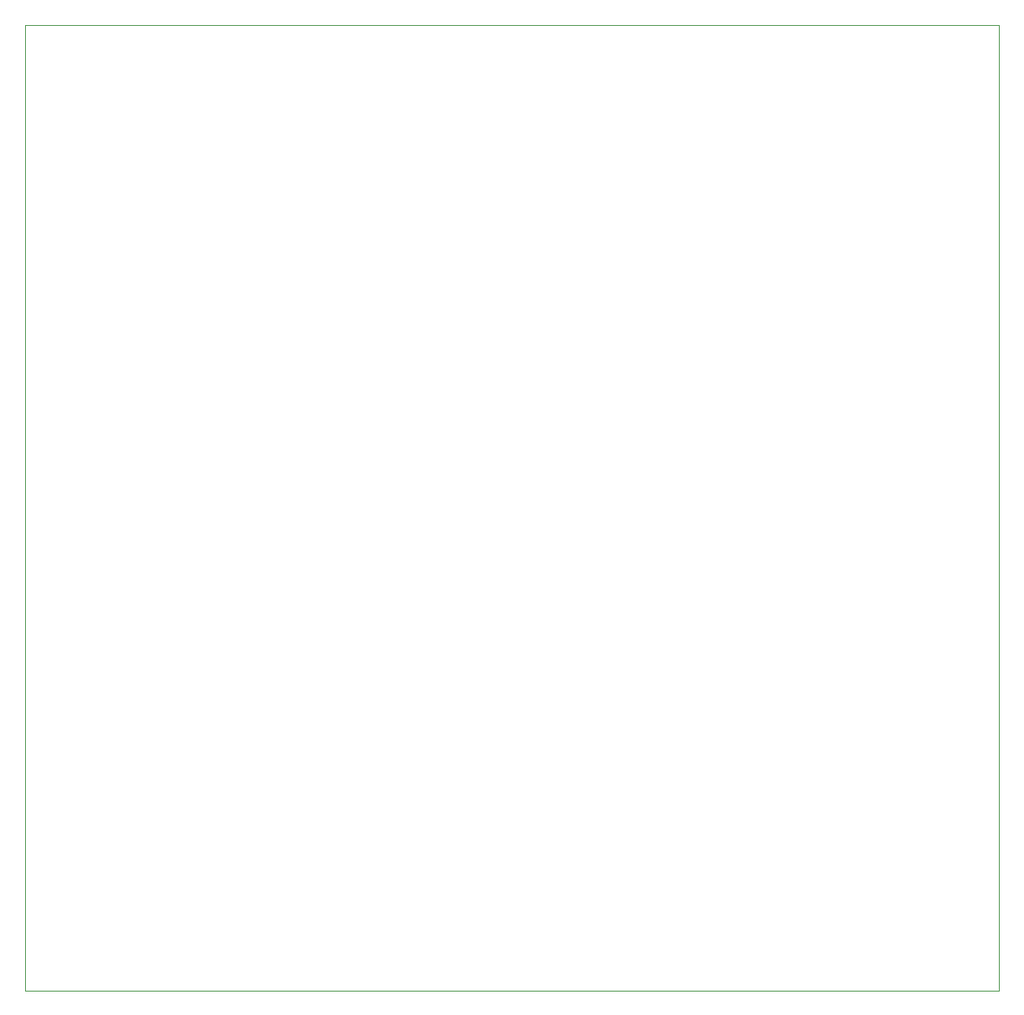
<source format=gbr>
%TF.GenerationSoftware,KiCad,Pcbnew,6.0.2+dfsg-1*%
%TF.CreationDate,2023-02-27T20:22:34-05:00*%
%TF.ProjectId,DatapathController,44617461-7061-4746-9843-6f6e74726f6c,rev?*%
%TF.SameCoordinates,Original*%
%TF.FileFunction,Profile,NP*%
%FSLAX46Y46*%
G04 Gerber Fmt 4.6, Leading zero omitted, Abs format (unit mm)*
G04 Created by KiCad (PCBNEW 6.0.2+dfsg-1) date 2023-02-27 20:22:34*
%MOMM*%
%LPD*%
G01*
G04 APERTURE LIST*
%TA.AperFunction,Profile*%
%ADD10C,0.100000*%
%TD*%
G04 APERTURE END LIST*
D10*
X16020000Y-15350000D02*
X117910000Y-15350000D01*
X117910000Y-15350000D02*
X117910000Y-116430000D01*
X117910000Y-116430000D02*
X16020000Y-116430000D01*
X16020000Y-116430000D02*
X16020000Y-15350000D01*
M02*

</source>
